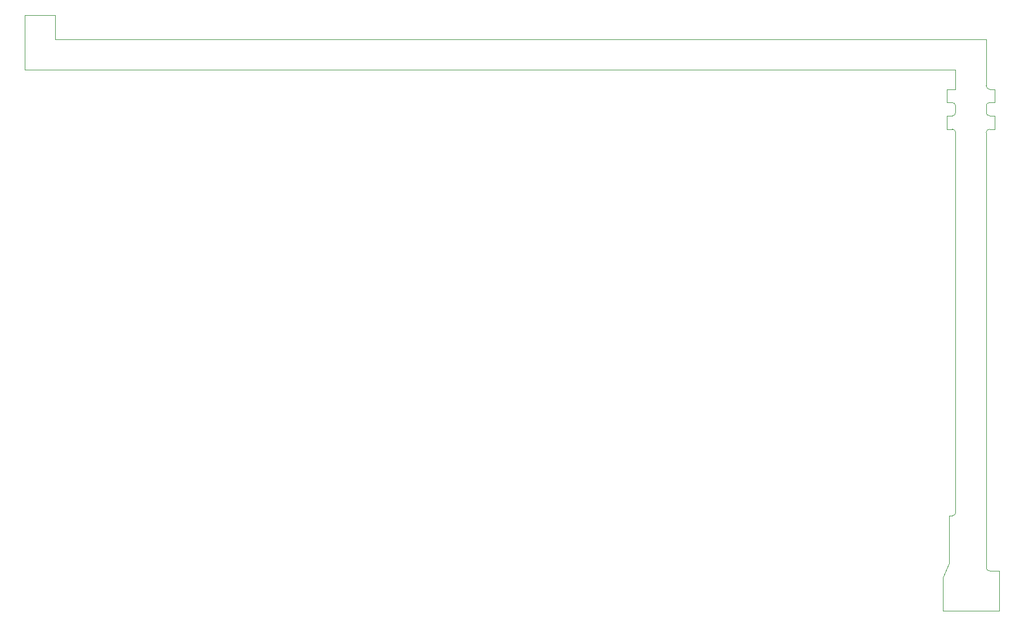
<source format=gbr>
%TF.GenerationSoftware,KiCad,Pcbnew,7.0.1*%
%TF.CreationDate,2023-04-10T11:15:14-05:00*%
%TF.ProjectId,flexible nao,666c6578-6962-46c6-9520-6e616f2e6b69,rev?*%
%TF.SameCoordinates,Original*%
%TF.FileFunction,Profile,NP*%
%FSLAX46Y46*%
G04 Gerber Fmt 4.6, Leading zero omitted, Abs format (unit mm)*
G04 Created by KiCad (PCBNEW 7.0.1) date 2023-04-10 11:15:14*
%MOMM*%
%LPD*%
G01*
G04 APERTURE LIST*
%TA.AperFunction,Profile*%
%ADD10C,0.100000*%
%TD*%
G04 APERTURE END LIST*
D10*
X265125000Y-78500000D02*
G75*
G03*
X264625000Y-78000000I-500000J0D01*
G01*
X129725000Y-64830000D02*
X129725000Y-68500000D01*
X269725000Y-75475000D02*
X269725000Y-68500000D01*
X263225000Y-149500000D02*
X264125000Y-147275000D01*
X269725000Y-79475000D02*
G75*
G03*
X270250000Y-80000000I525000J0D01*
G01*
X269725000Y-68500000D02*
X129725000Y-68500000D01*
X269725000Y-75475000D02*
G75*
G03*
X270250000Y-76000000I525000J0D01*
G01*
X270225000Y-78000000D02*
G75*
G03*
X269725000Y-78500000I0J-500000D01*
G01*
X265125000Y-76000000D02*
X265125000Y-73100000D01*
X265125000Y-82500000D02*
G75*
G03*
X264625000Y-82000000I-500000J0D01*
G01*
X271025000Y-76000000D02*
X270250000Y-76000000D01*
X271725000Y-154500000D02*
X271725000Y-148500000D01*
X269725000Y-79475000D02*
X269725000Y-78500000D01*
X265125000Y-139750000D02*
X265125000Y-82500000D01*
X263825000Y-82000000D02*
X263825000Y-80000000D01*
X264127481Y-140200248D02*
X264627481Y-140200248D01*
X271725000Y-148500000D02*
X270250000Y-148500000D01*
X270225000Y-82000000D02*
G75*
G03*
X269725000Y-82500000I0J-500000D01*
G01*
X269725000Y-147975000D02*
G75*
G03*
X270250000Y-148500000I525000J0D01*
G01*
X264127481Y-140200248D02*
X264125000Y-147275000D01*
X271025000Y-82000000D02*
X271025000Y-80000000D01*
X265125000Y-79500000D02*
X265125000Y-78500000D01*
X263825000Y-78000000D02*
X263825000Y-76000000D01*
X264625000Y-80000000D02*
G75*
G03*
X265125000Y-79500000I0J500000D01*
G01*
X265125000Y-73100000D02*
X125125000Y-73100000D01*
X263225000Y-149500000D02*
X263225000Y-154500000D01*
X263825000Y-76000000D02*
X265125000Y-76000000D01*
X269725000Y-147975000D02*
X269725000Y-82500000D01*
X125125000Y-64830000D02*
X129725000Y-64830000D01*
X270225000Y-78000000D02*
X271025000Y-78000000D01*
X271025000Y-78000000D02*
X271025000Y-76000000D01*
X264625000Y-82000000D02*
X263825000Y-82000000D01*
X263825000Y-80000000D02*
X264625000Y-80000000D01*
X271025000Y-80000000D02*
X270250000Y-80000000D01*
X270225000Y-82000000D02*
X271025000Y-82000000D01*
X125125000Y-64830000D02*
X125125000Y-73100000D01*
X263225000Y-154500000D02*
X271725000Y-154500000D01*
X264625000Y-78000000D02*
X263825000Y-78000000D01*
X264627481Y-140200186D02*
G75*
G03*
X265125000Y-139750000I19J499986D01*
G01*
M02*

</source>
